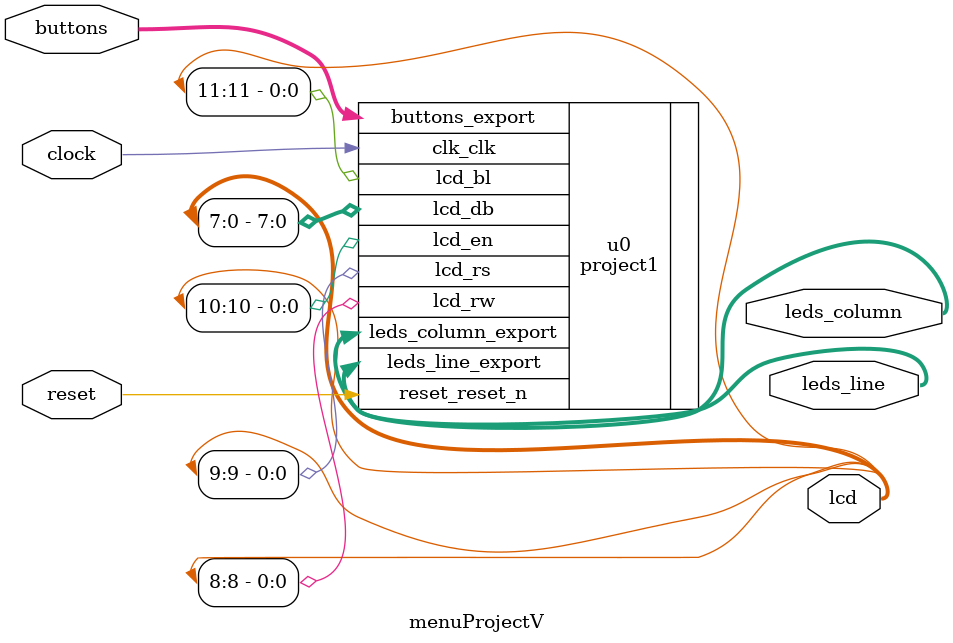
<source format=v>
module menuProjectV(
	input  clock,
	input	 reset,
	input  [2:0]buttons,
	output [7:0]leds_line,
	output [4:0]leds_column,	
	output [11:0]lcd
);
	
project1 u0(
  .clk_clk            (clock),          //         clk.clk
  .buttons_export     (buttons),        //     buttons.export
  .leds_column_export (leds_column),    // leds_column.export
  .reset_reset_n      (reset),          //       reset.reset_n
  .leds_line_export   (leds_line),     //   leds_line.export
  .lcd_bl             (lcd[11]),        // .bl 
  .lcd_en             (lcd[10]),             //            .en
  .lcd_rs             (lcd[9]),              //            .rs
  .lcd_rw             (lcd[8]),             //            .rw
  .lcd_db             (lcd[7:0])            //         lcd.db
  );
endmodule	
</source>
